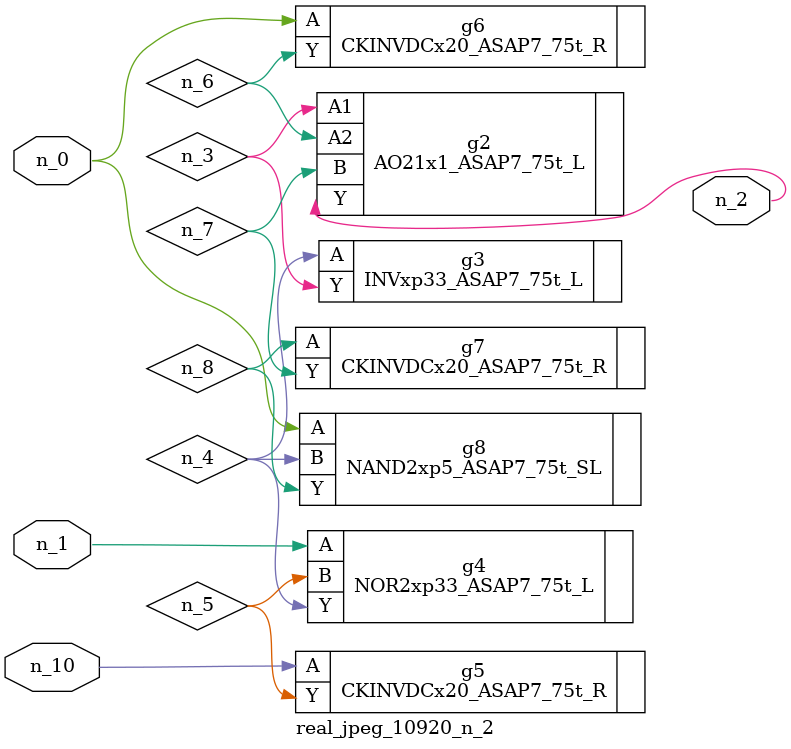
<source format=v>
module real_jpeg_10920_n_2 (n_1, n_10, n_0, n_2);

input n_1;
input n_10;
input n_0;

output n_2;

wire n_5;
wire n_4;
wire n_8;
wire n_6;
wire n_7;
wire n_3;

CKINVDCx20_ASAP7_75t_R g6 ( 
.A(n_0),
.Y(n_6)
);

NAND2xp5_ASAP7_75t_SL g8 ( 
.A(n_0),
.B(n_4),
.Y(n_8)
);

NOR2xp33_ASAP7_75t_L g4 ( 
.A(n_1),
.B(n_5),
.Y(n_4)
);

AO21x1_ASAP7_75t_L g2 ( 
.A1(n_3),
.A2(n_6),
.B(n_7),
.Y(n_2)
);

INVxp33_ASAP7_75t_L g3 ( 
.A(n_4),
.Y(n_3)
);

CKINVDCx20_ASAP7_75t_R g7 ( 
.A(n_8),
.Y(n_7)
);

CKINVDCx20_ASAP7_75t_R g5 ( 
.A(n_10),
.Y(n_5)
);


endmodule
</source>
